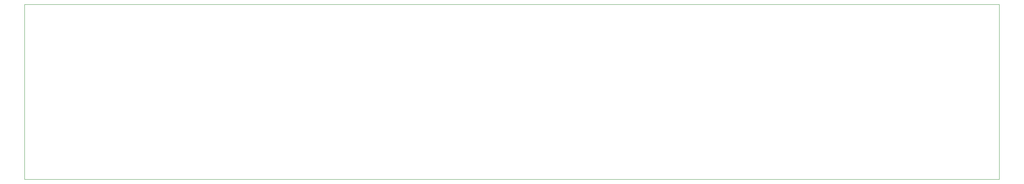
<source format=gbr>
%TF.GenerationSoftware,KiCad,Pcbnew,(6.0.5)*%
%TF.CreationDate,2022-05-21T19:41:19+01:00*%
%TF.ProjectId,ButterStick,42757474-6572-4537-9469-636b2e6b6963,rev?*%
%TF.SameCoordinates,Original*%
%TF.FileFunction,Profile,NP*%
%FSLAX46Y46*%
G04 Gerber Fmt 4.6, Leading zero omitted, Abs format (unit mm)*
G04 Created by KiCad (PCBNEW (6.0.5)) date 2022-05-21 19:41:19*
%MOMM*%
%LPD*%
G01*
G04 APERTURE LIST*
%TA.AperFunction,Profile*%
%ADD10C,0.100000*%
%TD*%
G04 APERTURE END LIST*
D10*
X25400000Y-30480000D02*
X251460000Y-30480000D01*
X25400000Y-71120000D02*
X25400000Y-30480000D01*
X251460000Y-71120000D02*
X25400000Y-71120000D01*
X251460000Y-30480000D02*
X251460000Y-71120000D01*
M02*

</source>
